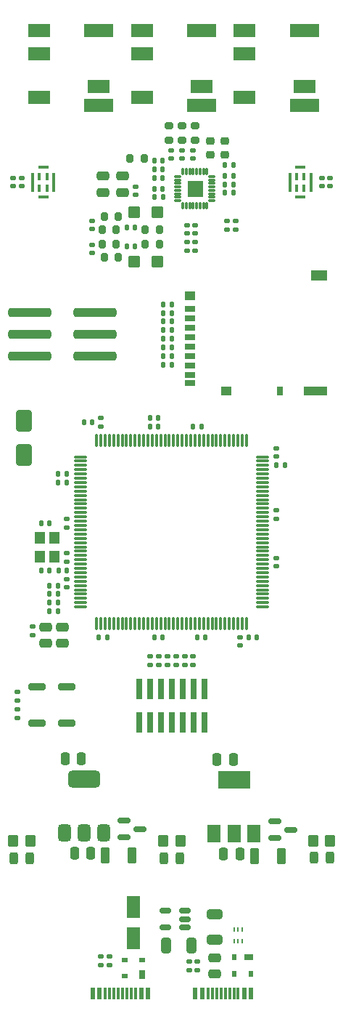
<source format=gbr>
%TF.GenerationSoftware,KiCad,Pcbnew,8.0.1*%
%TF.CreationDate,2024-03-17T21:51:42+01:00*%
%TF.ProjectId,KLST_CATERPILLAR,4b4c5354-5f43-4415-9445-5250494c4c41,rev?*%
%TF.SameCoordinates,Original*%
%TF.FileFunction,Paste,Top*%
%TF.FilePolarity,Positive*%
%FSLAX46Y46*%
G04 Gerber Fmt 4.6, Leading zero omitted, Abs format (unit mm)*
G04 Created by KiCad (PCBNEW 8.0.1) date 2024-03-17 21:51:42*
%MOMM*%
%LPD*%
G01*
G04 APERTURE LIST*
G04 Aperture macros list*
%AMRoundRect*
0 Rectangle with rounded corners*
0 $1 Rounding radius*
0 $2 $3 $4 $5 $6 $7 $8 $9 X,Y pos of 4 corners*
0 Add a 4 corners polygon primitive as box body*
4,1,4,$2,$3,$4,$5,$6,$7,$8,$9,$2,$3,0*
0 Add four circle primitives for the rounded corners*
1,1,$1+$1,$2,$3*
1,1,$1+$1,$4,$5*
1,1,$1+$1,$6,$7*
1,1,$1+$1,$8,$9*
0 Add four rect primitives between the rounded corners*
20,1,$1+$1,$2,$3,$4,$5,0*
20,1,$1+$1,$4,$5,$6,$7,0*
20,1,$1+$1,$6,$7,$8,$9,0*
20,1,$1+$1,$8,$9,$2,$3,0*%
G04 Aperture macros list end*
%ADD10C,0.010000*%
%ADD11RoundRect,0.140000X0.170000X-0.140000X0.170000X0.140000X-0.170000X0.140000X-0.170000X-0.140000X0*%
%ADD12RoundRect,0.140000X-0.140000X-0.170000X0.140000X-0.170000X0.140000X0.170000X-0.140000X0.170000X0*%
%ADD13RoundRect,0.250000X0.475000X-0.250000X0.475000X0.250000X-0.475000X0.250000X-0.475000X-0.250000X0*%
%ADD14RoundRect,0.140000X-0.170000X0.140000X-0.170000X-0.140000X0.170000X-0.140000X0.170000X0.140000X0*%
%ADD15RoundRect,0.140000X0.140000X0.170000X-0.140000X0.170000X-0.140000X-0.170000X0.140000X-0.170000X0*%
%ADD16RoundRect,0.250000X0.250000X0.475000X-0.250000X0.475000X-0.250000X-0.475000X0.250000X-0.475000X0*%
%ADD17RoundRect,0.250000X-0.450000X-0.425000X0.450000X-0.425000X0.450000X0.425000X-0.450000X0.425000X0*%
%ADD18RoundRect,0.135000X0.185000X-0.135000X0.185000X0.135000X-0.185000X0.135000X-0.185000X-0.135000X0*%
%ADD19RoundRect,0.250000X-0.275000X-0.700000X0.275000X-0.700000X0.275000X0.700000X-0.275000X0.700000X0*%
%ADD20RoundRect,0.200000X0.275000X-0.200000X0.275000X0.200000X-0.275000X0.200000X-0.275000X-0.200000X0*%
%ADD21R,0.200000X0.480000*%
%ADD22RoundRect,0.225000X0.250000X-0.225000X0.250000X0.225000X-0.250000X0.225000X-0.250000X-0.225000X0*%
%ADD23RoundRect,0.150000X-0.587500X-0.150000X0.587500X-0.150000X0.587500X0.150000X-0.587500X0.150000X0*%
%ADD24RoundRect,0.250000X0.350000X0.450000X-0.350000X0.450000X-0.350000X-0.450000X0.350000X-0.450000X0*%
%ADD25RoundRect,0.200000X0.800000X-0.200000X0.800000X0.200000X-0.800000X0.200000X-0.800000X-0.200000X0*%
%ADD26RoundRect,0.243750X-0.243750X-0.456250X0.243750X-0.456250X0.243750X0.456250X-0.243750X0.456250X0*%
%ADD27RoundRect,0.135000X-0.185000X0.135000X-0.185000X-0.135000X0.185000X-0.135000X0.185000X0.135000X0*%
%ADD28RoundRect,0.255000X2.245000X0.255000X-2.245000X0.255000X-2.245000X-0.255000X2.245000X-0.255000X0*%
%ADD29RoundRect,0.250000X-0.325000X-0.650000X0.325000X-0.650000X0.325000X0.650000X-0.325000X0.650000X0*%
%ADD30RoundRect,0.006600X0.358400X0.103400X-0.358400X0.103400X-0.358400X-0.103400X0.358400X-0.103400X0*%
%ADD31RoundRect,0.006600X-0.103400X0.358400X-0.103400X-0.358400X0.103400X-0.358400X0.103400X0.358400X0*%
%ADD32R,0.406400X0.939800*%
%ADD33R,0.355600X2.311400*%
%ADD34R,1.295400X0.355600*%
%ADD35RoundRect,0.200000X0.200000X0.275000X-0.200000X0.275000X-0.200000X-0.275000X0.200000X-0.275000X0*%
%ADD36R,2.500000X1.500000*%
%ADD37R,3.400000X1.500000*%
%ADD38RoundRect,0.135000X-0.135000X-0.185000X0.135000X-0.185000X0.135000X0.185000X-0.135000X0.185000X0*%
%ADD39RoundRect,0.075000X-0.662500X-0.075000X0.662500X-0.075000X0.662500X0.075000X-0.662500X0.075000X0*%
%ADD40RoundRect,0.075000X-0.075000X-0.662500X0.075000X-0.662500X0.075000X0.662500X-0.075000X0.662500X0*%
%ADD41RoundRect,0.200000X-0.200000X-0.275000X0.200000X-0.275000X0.200000X0.275000X-0.200000X0.275000X0*%
%ADD42R,1.200000X0.700000*%
%ADD43R,0.800000X1.000000*%
%ADD44R,1.200000X1.000000*%
%ADD45R,2.800000X1.000000*%
%ADD46R,1.900000X1.300000*%
%ADD47R,0.600000X1.450000*%
%ADD48R,0.300000X1.450000*%
%ADD49RoundRect,0.250000X-0.475000X0.250000X-0.475000X-0.250000X0.475000X-0.250000X0.475000X0.250000X0*%
%ADD50RoundRect,0.147500X0.172500X-0.147500X0.172500X0.147500X-0.172500X0.147500X-0.172500X-0.147500X0*%
%ADD51RoundRect,0.135000X0.135000X0.185000X-0.135000X0.185000X-0.135000X-0.185000X0.135000X-0.185000X0*%
%ADD52RoundRect,0.147500X-0.172500X0.147500X-0.172500X-0.147500X0.172500X-0.147500X0.172500X0.147500X0*%
%ADD53RoundRect,0.250000X-0.650000X1.000000X-0.650000X-1.000000X0.650000X-1.000000X0.650000X1.000000X0*%
%ADD54RoundRect,0.250000X-0.550000X1.050000X-0.550000X-1.050000X0.550000X-1.050000X0.550000X1.050000X0*%
%ADD55R,0.700000X1.000000*%
%ADD56R,0.700000X0.600000*%
%ADD57R,1.000000X0.700000*%
%ADD58R,0.600000X0.700000*%
%ADD59R,0.740000X2.400000*%
%ADD60R,1.500000X2.000000*%
%ADD61R,3.800000X2.000000*%
%ADD62R,1.200000X1.400000*%
%ADD63RoundRect,0.150000X0.512500X0.150000X-0.512500X0.150000X-0.512500X-0.150000X0.512500X-0.150000X0*%
%ADD64RoundRect,0.375000X0.375000X-0.625000X0.375000X0.625000X-0.375000X0.625000X-0.375000X-0.625000X0*%
%ADD65RoundRect,0.500000X1.400000X-0.500000X1.400000X0.500000X-1.400000X0.500000X-1.400000X-0.500000X0*%
%ADD66RoundRect,0.250000X0.650000X-0.325000X0.650000X0.325000X-0.650000X0.325000X-0.650000X-0.325000X0*%
G04 APERTURE END LIST*
D10*
%TO.C,U13*%
X73557345Y-74110000D02*
X71857345Y-74110000D01*
X71857345Y-72410000D01*
X73557345Y-72410000D01*
X73557345Y-74110000D01*
G36*
X73557345Y-74110000D02*
G01*
X71857345Y-74110000D01*
X71857345Y-72410000D01*
X73557345Y-72410000D01*
X73557345Y-74110000D01*
G37*
%TD*%
D11*
%TO.C,C80*%
X72457345Y-69740000D03*
X72457345Y-68780000D03*
%TD*%
D12*
%TO.C,C86*%
X76227345Y-71760000D03*
X77187345Y-71760000D03*
%TD*%
D13*
%TO.C,C71*%
X62000000Y-73700000D03*
X62000000Y-71800000D03*
%TD*%
D14*
%TO.C,C28*%
X82212587Y-110750000D03*
X82212587Y-111710000D03*
%TD*%
D15*
%TO.C,C13*%
X55692587Y-117750000D03*
X54732587Y-117750000D03*
%TD*%
D16*
%TO.C,C1*%
X77950000Y-150750000D03*
X76050000Y-150750000D03*
%TD*%
D17*
%TO.C,C66*%
X65607345Y-76010000D03*
X68307345Y-76010000D03*
%TD*%
D18*
%TO.C,R4*%
X77464690Y-78070000D03*
X77464690Y-77050000D03*
%TD*%
D15*
%TO.C,C17*%
X57712587Y-106500000D03*
X56752587Y-106500000D03*
%TD*%
D12*
%TO.C,C26*%
X67482587Y-100000000D03*
X68442587Y-100000000D03*
%TD*%
D19*
%TO.C,FB4*%
X62225000Y-150955551D03*
X65375000Y-150955551D03*
%TD*%
D20*
%TO.C,R83*%
X72707345Y-67585000D03*
X72707345Y-65935000D03*
%TD*%
D12*
%TO.C,C18*%
X78982587Y-125500000D03*
X79942587Y-125500000D03*
%TD*%
D15*
%TO.C,C12*%
X56692587Y-120500000D03*
X55732587Y-120500000D03*
%TD*%
%TO.C,C25*%
X57729999Y-117750000D03*
X56769999Y-117750000D03*
%TD*%
D14*
%TO.C,C81*%
X52500000Y-72020001D03*
X52500000Y-72980001D03*
%TD*%
D21*
%TO.C,U7*%
X77250000Y-160900000D03*
X77750000Y-160900000D03*
X78250000Y-160900000D03*
X78250000Y-159600000D03*
X77750000Y-159600000D03*
X77250000Y-159600000D03*
%TD*%
D22*
%TO.C,C67*%
X74457345Y-69285000D03*
X74457345Y-67735000D03*
%TD*%
D15*
%TO.C,C70*%
X77187345Y-70510000D03*
X76227345Y-70510000D03*
%TD*%
D23*
%TO.C,Q1*%
X82012500Y-146987500D03*
X82012500Y-148887500D03*
X83887500Y-147937500D03*
%TD*%
D18*
%TO.C,R11*%
X52000000Y-134910000D03*
X52000000Y-133890000D03*
%TD*%
D15*
%TO.C,C10*%
X56692587Y-119500000D03*
X55732587Y-119500000D03*
%TD*%
D22*
%TO.C,C68*%
X76207345Y-69285000D03*
X76207345Y-67735000D03*
%TD*%
D24*
%TO.C,R8*%
X71000000Y-149250000D03*
X69000000Y-149250000D03*
%TD*%
D25*
%TO.C,SW1*%
X54250000Y-135500000D03*
X54250000Y-131300000D03*
%TD*%
D26*
%TO.C,D1*%
X86563316Y-151230950D03*
X88438316Y-151230950D03*
%TD*%
%TO.C,D2*%
X51561823Y-151242050D03*
X53436823Y-151242050D03*
%TD*%
D27*
%TO.C,R43*%
X73000000Y-163300000D03*
X73000000Y-164320000D03*
%TD*%
D11*
%TO.C,C60*%
X60707345Y-77990000D03*
X60707345Y-77030000D03*
%TD*%
D28*
%TO.C,J5*%
X61003371Y-92790000D03*
X53403371Y-92790000D03*
X61003371Y-90250000D03*
X53403371Y-90250000D03*
X61003371Y-87710000D03*
X53403371Y-87710000D03*
%TD*%
D29*
%TO.C,C47*%
X69362500Y-161410000D03*
X72312500Y-161410000D03*
%TD*%
D30*
%TO.C,U13*%
X74697345Y-74660000D03*
X74697345Y-74260000D03*
X74697345Y-73860000D03*
X74697345Y-73460000D03*
X74697345Y-73060000D03*
X74697345Y-72660000D03*
X74697345Y-72260000D03*
X74697345Y-71860000D03*
D31*
X74107345Y-71270000D03*
X73707345Y-71270000D03*
X73307345Y-71270000D03*
X72907345Y-71270000D03*
X72507345Y-71270000D03*
X72107345Y-71270000D03*
X71707345Y-71270000D03*
X71307345Y-71270000D03*
D30*
X70717345Y-71860000D03*
X70717345Y-72260000D03*
X70717345Y-72660000D03*
X70717345Y-73060000D03*
X70717345Y-73460000D03*
X70717345Y-73860000D03*
X70717345Y-74260000D03*
X70717345Y-74660000D03*
D31*
X71307345Y-75250000D03*
X71707345Y-75250000D03*
X72107345Y-75250000D03*
X72507345Y-75250000D03*
X72907345Y-75250000D03*
X73307345Y-75250000D03*
X73707345Y-75250000D03*
X74107345Y-75250000D03*
%TD*%
D12*
%TO.C,C64*%
X64727345Y-80010000D03*
X65687345Y-80010000D03*
%TD*%
%TO.C,C27*%
X82232587Y-105500000D03*
X83192587Y-105500000D03*
%TD*%
D32*
%TO.C,U11*%
X54550001Y-71825001D03*
X54550001Y-73175001D03*
X55449999Y-73175001D03*
X55449999Y-71825001D03*
D33*
X53775000Y-72500001D03*
D34*
X55000000Y-70775001D03*
X55000000Y-74225001D03*
D33*
X56225000Y-72500001D03*
%TD*%
D15*
%TO.C,C14*%
X68942587Y-125500000D03*
X67982587Y-125500000D03*
%TD*%
D32*
%TO.C,U10*%
X84550001Y-71825000D03*
X84550001Y-73175000D03*
X85449999Y-73175000D03*
X85449999Y-71825000D03*
D33*
X83775000Y-72500000D03*
D34*
X85000000Y-70775000D03*
X85000000Y-74225000D03*
D33*
X86225000Y-72500000D03*
%TD*%
D14*
%TO.C,C50*%
X87500000Y-72019883D03*
X87500000Y-72979883D03*
%TD*%
D35*
%TO.C,R80*%
X66782345Y-69760000D03*
X65132345Y-69760000D03*
%TD*%
D18*
%TO.C,R3*%
X76464690Y-78070000D03*
X76464690Y-77050000D03*
%TD*%
%TO.C,R58*%
X72500000Y-128740676D03*
X72500000Y-127720676D03*
%TD*%
%TO.C,R55*%
X68500000Y-128740676D03*
X68500000Y-127720676D03*
%TD*%
D36*
%TO.C,J19*%
X54500000Y-57550000D03*
X54500000Y-62650000D03*
D37*
X61500000Y-54850000D03*
D36*
X54500000Y-54850000D03*
X61500000Y-61350000D03*
D37*
X61500000Y-63550000D03*
%TD*%
D15*
%TO.C,C87*%
X68937345Y-71010000D03*
X67977345Y-71010000D03*
%TD*%
D38*
%TO.C,R17*%
X68990000Y-87750000D03*
X70010000Y-87750000D03*
%TD*%
D39*
%TO.C,U2*%
X59300087Y-104500000D03*
X59300087Y-105000000D03*
X59300087Y-105500000D03*
X59300087Y-106000000D03*
X59300087Y-106500000D03*
X59300087Y-107000000D03*
X59300087Y-107500000D03*
X59300087Y-108000000D03*
X59300087Y-108500000D03*
X59300087Y-109000000D03*
X59300087Y-109500000D03*
X59300087Y-110000000D03*
X59300087Y-110500000D03*
X59300087Y-111000000D03*
X59300087Y-111500000D03*
X59300087Y-112000000D03*
X59300087Y-112500000D03*
X59300087Y-113000000D03*
X59300087Y-113500000D03*
X59300087Y-114000000D03*
X59300087Y-114500000D03*
X59300087Y-115000000D03*
X59300087Y-115500000D03*
X59300087Y-116000000D03*
X59300087Y-116500000D03*
X59300087Y-117000000D03*
X59300087Y-117500000D03*
X59300087Y-118000000D03*
X59300087Y-118500000D03*
X59300087Y-119000000D03*
X59300087Y-119500000D03*
X59300087Y-120000000D03*
X59300087Y-120500000D03*
X59300087Y-121000000D03*
X59300087Y-121500000D03*
X59300087Y-122000000D03*
D40*
X61212587Y-123912500D03*
X61712587Y-123912500D03*
X62212587Y-123912500D03*
X62712587Y-123912500D03*
X63212587Y-123912500D03*
X63712587Y-123912500D03*
X64212587Y-123912500D03*
X64712587Y-123912500D03*
X65212587Y-123912500D03*
X65712587Y-123912500D03*
X66212587Y-123912500D03*
X66712587Y-123912500D03*
X67212587Y-123912500D03*
X67712587Y-123912500D03*
X68212587Y-123912500D03*
X68712587Y-123912500D03*
X69212587Y-123912500D03*
X69712587Y-123912500D03*
X70212587Y-123912500D03*
X70712587Y-123912500D03*
X71212587Y-123912500D03*
X71712587Y-123912500D03*
X72212587Y-123912500D03*
X72712587Y-123912500D03*
X73212587Y-123912500D03*
X73712587Y-123912500D03*
X74212587Y-123912500D03*
X74712587Y-123912500D03*
X75212587Y-123912500D03*
X75712587Y-123912500D03*
X76212587Y-123912500D03*
X76712587Y-123912500D03*
X77212587Y-123912500D03*
X77712587Y-123912500D03*
X78212587Y-123912500D03*
X78712587Y-123912500D03*
D39*
X80625087Y-122000000D03*
X80625087Y-121500000D03*
X80625087Y-121000000D03*
X80625087Y-120500000D03*
X80625087Y-120000000D03*
X80625087Y-119500000D03*
X80625087Y-119000000D03*
X80625087Y-118500000D03*
X80625087Y-118000000D03*
X80625087Y-117500000D03*
X80625087Y-117000000D03*
X80625087Y-116500000D03*
X80625087Y-116000000D03*
X80625087Y-115500000D03*
X80625087Y-115000000D03*
X80625087Y-114500000D03*
X80625087Y-114000000D03*
X80625087Y-113500000D03*
X80625087Y-113000000D03*
X80625087Y-112500000D03*
X80625087Y-112000000D03*
X80625087Y-111500000D03*
X80625087Y-111000000D03*
X80625087Y-110500000D03*
X80625087Y-110000000D03*
X80625087Y-109500000D03*
X80625087Y-109000000D03*
X80625087Y-108500000D03*
X80625087Y-108000000D03*
X80625087Y-107500000D03*
X80625087Y-107000000D03*
X80625087Y-106500000D03*
X80625087Y-106000000D03*
X80625087Y-105500000D03*
X80625087Y-105000000D03*
X80625087Y-104500000D03*
D40*
X78712587Y-102587500D03*
X78212587Y-102587500D03*
X77712587Y-102587500D03*
X77212587Y-102587500D03*
X76712587Y-102587500D03*
X76212587Y-102587500D03*
X75712587Y-102587500D03*
X75212587Y-102587500D03*
X74712587Y-102587500D03*
X74212587Y-102587500D03*
X73712587Y-102587500D03*
X73212587Y-102587500D03*
X72712587Y-102587500D03*
X72212587Y-102587500D03*
X71712587Y-102587500D03*
X71212587Y-102587500D03*
X70712587Y-102587500D03*
X70212587Y-102587500D03*
X69712587Y-102587500D03*
X69212587Y-102587500D03*
X68712587Y-102587500D03*
X68212587Y-102587500D03*
X67712587Y-102587500D03*
X67212587Y-102587500D03*
X66712587Y-102587500D03*
X66212587Y-102587500D03*
X65712587Y-102587500D03*
X65212587Y-102587500D03*
X64712587Y-102587500D03*
X64212587Y-102587500D03*
X63712587Y-102587500D03*
X63212587Y-102587500D03*
X62712587Y-102587500D03*
X62212587Y-102587500D03*
X61712587Y-102587500D03*
X61212587Y-102587500D03*
%TD*%
D15*
%TO.C,C77*%
X68937345Y-70010000D03*
X67977345Y-70010000D03*
%TD*%
D25*
%TO.C,SW2*%
X57750000Y-135500000D03*
X57750000Y-131300000D03*
%TD*%
D12*
%TO.C,C30*%
X69020000Y-86750000D03*
X69980000Y-86750000D03*
%TD*%
D41*
%TO.C,R73*%
X62132345Y-76510000D03*
X63782345Y-76510000D03*
%TD*%
D15*
%TO.C,C72*%
X68937345Y-73260000D03*
X67977345Y-73260000D03*
%TD*%
D18*
%TO.C,R59*%
X71500000Y-128730676D03*
X71500000Y-127710676D03*
%TD*%
D42*
%TO.C,J1*%
X72095000Y-87253874D03*
X72095000Y-88353874D03*
X72095000Y-89453874D03*
X72095000Y-90553874D03*
X72095000Y-91653874D03*
X72095000Y-92753874D03*
X72095000Y-93853874D03*
X72095000Y-94953874D03*
X72095000Y-95903874D03*
D43*
X82595000Y-96853874D03*
D44*
X76395000Y-96853874D03*
D45*
X86745000Y-96853874D03*
D44*
X72095000Y-85703874D03*
D46*
X87195000Y-83353874D03*
%TD*%
D35*
%TO.C,R77*%
X63532345Y-78010000D03*
X61882345Y-78010000D03*
%TD*%
D47*
%TO.C,J9*%
X72750000Y-167015000D03*
X73550000Y-167015000D03*
D48*
X74750000Y-167015000D03*
X75750000Y-167015000D03*
X76250000Y-167015000D03*
X77250000Y-167015000D03*
D47*
X78450000Y-167015000D03*
X79250000Y-167015000D03*
X79250000Y-167015000D03*
X78450000Y-167015000D03*
D48*
X77750000Y-167015000D03*
X76750000Y-167015000D03*
X75250000Y-167015000D03*
X74250000Y-167015000D03*
D47*
X73550000Y-167015000D03*
X72750000Y-167015000D03*
%TD*%
D16*
%TO.C,C89*%
X59450000Y-139705551D03*
X57550000Y-139705551D03*
%TD*%
D20*
%TO.C,R82*%
X71207345Y-67585000D03*
X71207345Y-65935000D03*
%TD*%
D35*
%TO.C,R74*%
X63532345Y-79760000D03*
X61882345Y-79760000D03*
%TD*%
D41*
%TO.C,R79*%
X66882345Y-78010000D03*
X68532345Y-78010000D03*
%TD*%
D27*
%TO.C,R10*%
X61712587Y-99990000D03*
X61712587Y-101010000D03*
%TD*%
D15*
%TO.C,C15*%
X73942587Y-125500000D03*
X72982587Y-125500000D03*
%TD*%
D49*
%TO.C,C3*%
X55250000Y-124315000D03*
X55250000Y-126215000D03*
%TD*%
D12*
%TO.C,C65*%
X64727345Y-77760000D03*
X65687345Y-77760000D03*
%TD*%
D18*
%TO.C,R57*%
X69500000Y-128740676D03*
X69500000Y-127720676D03*
%TD*%
D47*
%TO.C,J10*%
X60750000Y-167015000D03*
X61550000Y-167015000D03*
D48*
X62750000Y-167015000D03*
X63750000Y-167015000D03*
X64250000Y-167015000D03*
X65250000Y-167015000D03*
D47*
X66450000Y-167015000D03*
X67250000Y-167015000D03*
X67250000Y-167015000D03*
X66450000Y-167015000D03*
D48*
X65750000Y-167015000D03*
X64750000Y-167015000D03*
X63250000Y-167015000D03*
X62250000Y-167015000D03*
D47*
X61550000Y-167015000D03*
X60750000Y-167015000D03*
%TD*%
D16*
%TO.C,C88*%
X60550000Y-150705551D03*
X58650000Y-150705551D03*
%TD*%
D12*
%TO.C,C84*%
X76227345Y-72760000D03*
X77187345Y-72760000D03*
%TD*%
D18*
%TO.C,R75*%
X71750000Y-80510000D03*
X71750000Y-79490000D03*
%TD*%
D15*
%TO.C,C29*%
X69980000Y-90750000D03*
X69020000Y-90750000D03*
%TD*%
D50*
%TO.C,L1*%
X53750000Y-125250000D03*
X53750000Y-124280000D03*
%TD*%
D15*
%TO.C,C7*%
X56692587Y-122500000D03*
X55732587Y-122500000D03*
%TD*%
D51*
%TO.C,R12*%
X70010000Y-93750000D03*
X68990000Y-93750000D03*
%TD*%
D52*
%TO.C,L4*%
X65750000Y-73015000D03*
X65750000Y-73985000D03*
%TD*%
D14*
%TO.C,C19*%
X82212587Y-116270000D03*
X82212587Y-117230000D03*
%TD*%
D11*
%TO.C,C78*%
X69957345Y-69740000D03*
X69957345Y-68780000D03*
%TD*%
D38*
%TO.C,R14*%
X68990000Y-91750000D03*
X70010000Y-91750000D03*
%TD*%
D53*
%TO.C,D9*%
X52704121Y-100272500D03*
X52704121Y-104272500D03*
%TD*%
D54*
%TO.C,C49*%
X65500000Y-156960000D03*
X65500000Y-160560000D03*
%TD*%
D23*
%TO.C,Q4*%
X64450000Y-146905551D03*
X64450000Y-148805551D03*
X66325000Y-147855551D03*
%TD*%
D15*
%TO.C,C5*%
X56692587Y-121500000D03*
X55732587Y-121500000D03*
%TD*%
D14*
%TO.C,C82*%
X51500000Y-72020001D03*
X51500000Y-72980001D03*
%TD*%
D49*
%TO.C,C46*%
X75000000Y-162860000D03*
X75000000Y-164760000D03*
%TD*%
D18*
%TO.C,R9*%
X52000000Y-132910000D03*
X52000000Y-131890000D03*
%TD*%
D55*
%TO.C,D13*%
X66500000Y-164810000D03*
D56*
X66500000Y-163110000D03*
X64500000Y-163110000D03*
X64500000Y-165010000D03*
%TD*%
D41*
%TO.C,R78*%
X66882345Y-79760000D03*
X68532345Y-79760000D03*
%TD*%
D12*
%TO.C,C83*%
X76227345Y-73740000D03*
X77187345Y-73740000D03*
%TD*%
D15*
%TO.C,C85*%
X68957345Y-74260000D03*
X67997345Y-74260000D03*
%TD*%
D41*
%TO.C,R72*%
X62132345Y-81260000D03*
X63782345Y-81260000D03*
%TD*%
D57*
%TO.C,D12*%
X79000000Y-162750000D03*
D58*
X77300000Y-162750000D03*
X77300000Y-164750000D03*
X79200000Y-164750000D03*
%TD*%
D50*
%TO.C,FB2*%
X72750000Y-78485000D03*
X72750000Y-77515000D03*
%TD*%
D26*
%TO.C,D3*%
X69062500Y-151250000D03*
X70937500Y-151250000D03*
%TD*%
D59*
%TO.C,J14*%
X66190000Y-135430676D03*
X66190000Y-131530676D03*
X67460000Y-135430676D03*
X67460000Y-131530676D03*
X68730000Y-135430676D03*
X68730000Y-131530676D03*
X70000000Y-135430676D03*
X70000000Y-131530676D03*
X71270000Y-135430676D03*
X71270000Y-131530676D03*
X72540000Y-135430676D03*
X72540000Y-131530676D03*
X73810000Y-135430676D03*
X73810000Y-131530676D03*
%TD*%
D15*
%TO.C,C16*%
X57712587Y-107500000D03*
X56752587Y-107500000D03*
%TD*%
D36*
%TO.C,J17*%
X66500000Y-57550000D03*
X66500000Y-62650000D03*
D37*
X73500000Y-54850000D03*
D36*
X66500000Y-54850000D03*
X73500000Y-61350000D03*
D37*
X73500000Y-63550000D03*
%TD*%
D14*
%TO.C,C20*%
X82212587Y-103520000D03*
X82212587Y-104480000D03*
%TD*%
D36*
%TO.C,J18*%
X78500000Y-57550000D03*
X78500000Y-62650000D03*
D37*
X85500000Y-54850000D03*
D36*
X78500000Y-54850000D03*
X85500000Y-61350000D03*
D37*
X85500000Y-63550000D03*
%TD*%
D38*
%TO.C,R15*%
X68990000Y-89750000D03*
X70010000Y-89750000D03*
%TD*%
D11*
%TO.C,C58*%
X72750000Y-80480000D03*
X72750000Y-79520000D03*
%TD*%
D24*
%TO.C,R1*%
X88486593Y-149230950D03*
X86486593Y-149230950D03*
%TD*%
D13*
%TO.C,C69*%
X64250000Y-73700000D03*
X64250000Y-71800000D03*
%TD*%
D38*
%TO.C,R16*%
X68990000Y-88750000D03*
X70010000Y-88750000D03*
%TD*%
D11*
%TO.C,C6*%
X57712587Y-112730000D03*
X57712587Y-111770000D03*
%TD*%
D60*
%TO.C,U1*%
X74950000Y-148400000D03*
X77250000Y-148400000D03*
D61*
X77250000Y-142100000D03*
D60*
X79550000Y-148400000D03*
%TD*%
D14*
%TO.C,C51*%
X88500000Y-72020001D03*
X88500000Y-72980001D03*
%TD*%
D18*
%TO.C,R56*%
X67500000Y-128740676D03*
X67500000Y-127720676D03*
%TD*%
D24*
%TO.C,R2*%
X53499323Y-149242050D03*
X51499323Y-149242050D03*
%TD*%
D27*
%TO.C,R7*%
X57712587Y-115750000D03*
X57712587Y-116770000D03*
%TD*%
D15*
%TO.C,C74*%
X68937345Y-72010000D03*
X67977345Y-72010000D03*
%TD*%
D14*
%TO.C,C57*%
X60707345Y-79780000D03*
X60707345Y-80740000D03*
%TD*%
D12*
%TO.C,C21*%
X72482587Y-101000000D03*
X73442587Y-101000000D03*
%TD*%
D15*
%TO.C,C11*%
X62442587Y-125500000D03*
X61482587Y-125500000D03*
%TD*%
D62*
%TO.C,Y1*%
X54612587Y-113900000D03*
X54612587Y-116100000D03*
X56312587Y-116100000D03*
X56312587Y-113900000D03*
%TD*%
D15*
%TO.C,C23*%
X60692587Y-100500000D03*
X59732587Y-100500000D03*
%TD*%
D49*
%TO.C,C4*%
X57250000Y-124315000D03*
X57250000Y-126215000D03*
%TD*%
D18*
%TO.C,R45*%
X61750000Y-163760000D03*
X61750000Y-162740000D03*
%TD*%
D20*
%TO.C,R81*%
X69707345Y-67585000D03*
X69707345Y-65935000D03*
%TD*%
D63*
%TO.C,U8*%
X71500000Y-159310000D03*
X71500000Y-158360000D03*
X71500000Y-157410000D03*
X69225000Y-157410000D03*
X69225000Y-159310000D03*
%TD*%
D18*
%TO.C,R46*%
X62750000Y-163760000D03*
X62750000Y-162740000D03*
%TD*%
D11*
%TO.C,C79*%
X71207345Y-69740000D03*
X71207345Y-68780000D03*
%TD*%
D14*
%TO.C,C8*%
X57712587Y-118770000D03*
X57712587Y-119730000D03*
%TD*%
D64*
%TO.C,U14*%
X57450000Y-148355551D03*
X59750000Y-148355551D03*
D65*
X59750000Y-142055551D03*
D64*
X62050000Y-148355551D03*
%TD*%
D27*
%TO.C,R44*%
X72000000Y-163300000D03*
X72000000Y-164320000D03*
%TD*%
D15*
%TO.C,C9*%
X55692587Y-112250000D03*
X54732587Y-112250000D03*
%TD*%
D12*
%TO.C,C22*%
X67482587Y-101000000D03*
X68442587Y-101000000D03*
%TD*%
D11*
%TO.C,C61*%
X71750000Y-78480000D03*
X71750000Y-77520000D03*
%TD*%
D66*
%TO.C,C48*%
X75000000Y-160785000D03*
X75000000Y-157835000D03*
%TD*%
D38*
%TO.C,R13*%
X68990000Y-92750000D03*
X70010000Y-92750000D03*
%TD*%
D17*
%TO.C,C63*%
X65607345Y-81760000D03*
X68307345Y-81760000D03*
%TD*%
D14*
%TO.C,C24*%
X77962587Y-125520000D03*
X77962587Y-126480000D03*
%TD*%
D19*
%TO.C,FB1*%
X79675000Y-151000000D03*
X82825000Y-151000000D03*
%TD*%
D16*
%TO.C,C2*%
X77200000Y-139750000D03*
X75300000Y-139750000D03*
%TD*%
D18*
%TO.C,R54*%
X70500000Y-128740676D03*
X70500000Y-127720676D03*
%TD*%
M02*

</source>
